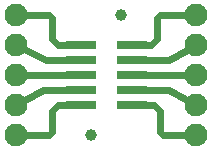
<source format=gbr>
G04 EAGLE Gerber RS-274X export*
G75*
%MOMM*%
%FSLAX34Y34*%
%LPD*%
%INTop Copper*%
%IPPOS*%
%AMOC8*
5,1,8,0,0,1.08239X$1,22.5*%
G01*
%ADD10R,2.600000X0.760000*%
%ADD11C,1.930400*%
%ADD12C,1.000000*%
%ADD13C,0.609600*%


D10*
X110400Y88900D03*
X110400Y76200D03*
X110400Y63500D03*
X110400Y50800D03*
X110400Y38100D03*
X67400Y88900D03*
X67400Y76200D03*
X67400Y63500D03*
X67400Y50800D03*
X67400Y38100D03*
D11*
X165100Y114300D03*
X165100Y88900D03*
X165100Y63500D03*
X165100Y38100D03*
X165100Y12700D03*
X12700Y114300D03*
X12700Y88900D03*
X12700Y63500D03*
X12700Y38100D03*
X12700Y12700D03*
D12*
X76200Y12700D03*
X101600Y114300D03*
D13*
X67400Y88900D02*
X48260Y88900D01*
X43180Y93980D01*
X43180Y111760D01*
X40640Y114300D01*
X12700Y114300D01*
X38100Y76200D02*
X67400Y76200D01*
X38100Y76200D02*
X12700Y88900D01*
X12700Y63500D02*
X67400Y63500D01*
X67400Y50800D02*
X35560Y50800D01*
X12700Y38100D01*
X48260Y38100D02*
X67400Y38100D01*
X48260Y38100D02*
X43180Y33020D01*
X43180Y15240D01*
X40640Y12700D01*
X12700Y12700D01*
X110400Y88900D02*
X127000Y88900D01*
X132080Y93980D01*
X132080Y111760D01*
X134620Y114300D01*
X165100Y114300D01*
X142240Y76200D02*
X110400Y76200D01*
X142240Y76200D02*
X165100Y88900D01*
X165100Y63500D02*
X110400Y63500D01*
X110400Y50800D02*
X142240Y50800D01*
X165100Y38100D01*
X129540Y38100D02*
X110400Y38100D01*
X129540Y38100D02*
X134620Y33020D01*
X134620Y15240D01*
X137160Y12700D01*
X165100Y12700D01*
M02*

</source>
